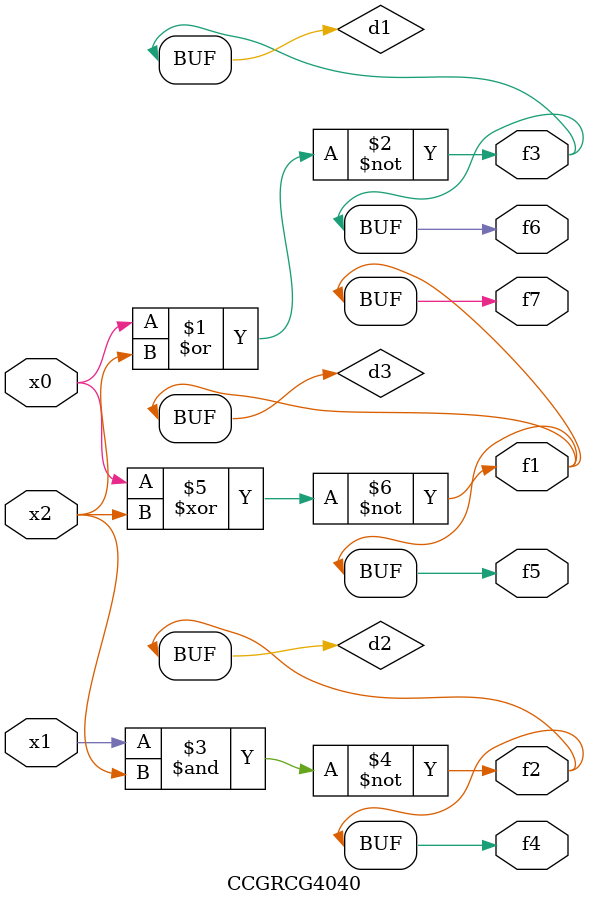
<source format=v>
module CCGRCG4040(
	input x0, x1, x2,
	output f1, f2, f3, f4, f5, f6, f7
);

	wire d1, d2, d3;

	nor (d1, x0, x2);
	nand (d2, x1, x2);
	xnor (d3, x0, x2);
	assign f1 = d3;
	assign f2 = d2;
	assign f3 = d1;
	assign f4 = d2;
	assign f5 = d3;
	assign f6 = d1;
	assign f7 = d3;
endmodule

</source>
